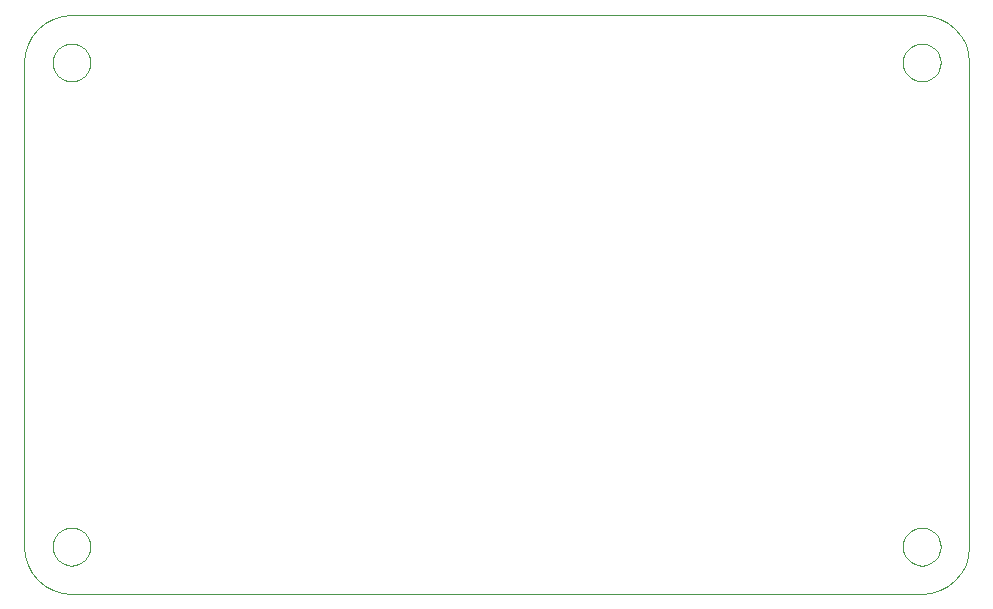
<source format=gm1>
G04 #@! TF.FileFunction,Profile,NP*
%FSLAX46Y46*%
G04 Gerber Fmt 4.6, Leading zero omitted, Abs format (unit mm)*
G04 Created by KiCad (PCBNEW 4.0.5+dfsg1-4) date Sat Sep  8 02:59:27 2018*
%MOMM*%
%LPD*%
G01*
G04 APERTURE LIST*
%ADD10C,0.100000*%
G04 APERTURE END LIST*
D10*
X173780300Y-73876859D02*
X174530700Y-74104474D01*
X174530700Y-74104474D02*
X175222300Y-74474118D01*
X175222300Y-74474118D02*
X175828400Y-74971570D01*
X175828400Y-74971570D02*
X176325900Y-75577710D01*
X176325900Y-75577710D02*
X176695500Y-76269250D01*
X176695500Y-76269250D02*
X176923100Y-77019640D01*
X176923100Y-77019640D02*
X177000000Y-77800000D01*
X177000000Y-77800000D02*
X177000000Y-118800000D01*
X177000000Y-118800000D02*
X176923100Y-119580300D01*
X176923100Y-119580300D02*
X176695500Y-120330700D01*
X176695500Y-120330700D02*
X176325900Y-121022300D01*
X176325900Y-121022300D02*
X175828400Y-121628400D01*
X175828400Y-121628400D02*
X175222300Y-122125900D01*
X175222300Y-122125900D02*
X174530700Y-122495500D01*
X174530700Y-122495500D02*
X173780300Y-122723100D01*
X173780300Y-122723100D02*
X173000000Y-122800000D01*
X173000000Y-122800000D02*
X101000000Y-122800000D01*
X101000000Y-122800000D02*
X100219640Y-122723100D01*
X100219640Y-122723100D02*
X99469250Y-122495500D01*
X99469250Y-122495500D02*
X98777710Y-122125900D01*
X98777710Y-122125900D02*
X98171570Y-121628400D01*
X98171570Y-121628400D02*
X97674118Y-121022300D01*
X97674118Y-121022300D02*
X97304474Y-120330700D01*
X97304474Y-120330700D02*
X97076859Y-119580300D01*
X97076859Y-119580300D02*
X97000000Y-118800000D01*
X97000000Y-118800000D02*
X97000000Y-77800000D01*
X97000000Y-77800000D02*
X97076859Y-77019640D01*
X97076859Y-77019640D02*
X97304474Y-76269250D01*
X97304474Y-76269250D02*
X97674118Y-75577710D01*
X97674118Y-75577710D02*
X98171570Y-74971570D01*
X98171570Y-74971570D02*
X98777710Y-74474118D01*
X98777710Y-74474118D02*
X99469250Y-74104474D01*
X99469250Y-74104474D02*
X100219640Y-73876859D01*
X100219640Y-73876859D02*
X100999980Y-73800000D01*
X100999980Y-73800000D02*
X173000000Y-73800000D01*
X173000000Y-73800000D02*
X173780300Y-73876859D01*
X100687850Y-117230700D02*
X100387700Y-117321800D01*
X100387700Y-117321800D02*
X100111080Y-117469600D01*
X100111080Y-117469600D02*
X99868620Y-117668600D01*
X99868620Y-117668600D02*
X99669650Y-117911100D01*
X99669650Y-117911100D02*
X99521790Y-118187700D01*
X99521790Y-118187700D02*
X99430740Y-118487900D01*
X99430740Y-118487900D02*
X99399990Y-118800000D01*
X99399990Y-118800000D02*
X99430740Y-119112100D01*
X99430740Y-119112100D02*
X99521790Y-119412300D01*
X99521790Y-119412300D02*
X99669650Y-119688900D01*
X99669650Y-119688900D02*
X99868620Y-119931400D01*
X99868620Y-119931400D02*
X100111080Y-120130300D01*
X100111080Y-120130300D02*
X100387700Y-120278200D01*
X100387700Y-120278200D02*
X100687850Y-120369200D01*
X100687850Y-120369200D02*
X101000000Y-120400000D01*
X101000000Y-120400000D02*
X101312130Y-120369200D01*
X101312130Y-120369200D02*
X101612290Y-120278200D01*
X101612290Y-120278200D02*
X101888900Y-120130300D01*
X101888900Y-120130300D02*
X102131360Y-119931400D01*
X102131360Y-119931400D02*
X102330340Y-119688900D01*
X102330340Y-119688900D02*
X102478200Y-119412300D01*
X102478200Y-119412300D02*
X102569240Y-119112100D01*
X102569240Y-119112100D02*
X102599990Y-118800000D01*
X102599990Y-118800000D02*
X102569240Y-118487900D01*
X102569240Y-118487900D02*
X102478200Y-118187700D01*
X102478200Y-118187700D02*
X102330340Y-117911100D01*
X102330340Y-117911100D02*
X102131360Y-117668600D01*
X102131360Y-117668600D02*
X101888900Y-117469600D01*
X101888900Y-117469600D02*
X101612290Y-117321800D01*
X101612290Y-117321800D02*
X101312130Y-117230700D01*
X101312130Y-117230700D02*
X100999980Y-117200000D01*
X100999980Y-117200000D02*
X100687850Y-117230700D01*
X172687900Y-117230700D02*
X172387700Y-117321800D01*
X172387700Y-117321800D02*
X172111100Y-117469600D01*
X172111100Y-117469600D02*
X171868600Y-117668600D01*
X171868600Y-117668600D02*
X171669600Y-117911100D01*
X171669600Y-117911100D02*
X171521800Y-118187700D01*
X171521800Y-118187700D02*
X171430700Y-118487900D01*
X171430700Y-118487900D02*
X171400000Y-118800000D01*
X171400000Y-118800000D02*
X171430700Y-119112100D01*
X171430700Y-119112100D02*
X171521800Y-119412300D01*
X171521800Y-119412300D02*
X171669600Y-119688900D01*
X171669600Y-119688900D02*
X171868600Y-119931400D01*
X171868600Y-119931400D02*
X172111100Y-120130300D01*
X172111100Y-120130300D02*
X172387700Y-120278200D01*
X172387700Y-120278200D02*
X172687900Y-120369200D01*
X172687900Y-120369200D02*
X173000000Y-120400000D01*
X173000000Y-120400000D02*
X173312100Y-120369200D01*
X173312100Y-120369200D02*
X173612300Y-120278200D01*
X173612300Y-120278200D02*
X173888900Y-120130300D01*
X173888900Y-120130300D02*
X174131400Y-119931400D01*
X174131400Y-119931400D02*
X174330300Y-119688900D01*
X174330300Y-119688900D02*
X174478200Y-119412300D01*
X174478200Y-119412300D02*
X174569200Y-119112100D01*
X174569200Y-119112100D02*
X174600000Y-118800000D01*
X174600000Y-118800000D02*
X174569200Y-118487900D01*
X174569200Y-118487900D02*
X174478200Y-118187700D01*
X174478200Y-118187700D02*
X174330300Y-117911100D01*
X174330300Y-117911100D02*
X174131400Y-117668600D01*
X174131400Y-117668600D02*
X173888900Y-117469600D01*
X173888900Y-117469600D02*
X173612300Y-117321800D01*
X173612300Y-117321800D02*
X173312100Y-117230700D01*
X173312100Y-117230700D02*
X173000000Y-117200000D01*
X173000000Y-117200000D02*
X172687900Y-117230700D01*
X100687850Y-76230740D02*
X100387700Y-76321790D01*
X100387700Y-76321790D02*
X100111080Y-76469650D01*
X100111080Y-76469650D02*
X99868620Y-76668620D01*
X99868620Y-76668620D02*
X99669650Y-76911080D01*
X99669650Y-76911080D02*
X99521790Y-77187700D01*
X99521790Y-77187700D02*
X99430740Y-77487850D01*
X99430740Y-77487850D02*
X99399990Y-77800000D01*
X99399990Y-77800000D02*
X99430740Y-78112130D01*
X99430740Y-78112130D02*
X99521790Y-78412290D01*
X99521790Y-78412290D02*
X99669650Y-78688900D01*
X99669650Y-78688900D02*
X99868620Y-78931360D01*
X99868620Y-78931360D02*
X100111080Y-79130340D01*
X100111080Y-79130340D02*
X100387700Y-79278200D01*
X100387700Y-79278200D02*
X100687850Y-79369240D01*
X100687850Y-79369240D02*
X101000000Y-79399990D01*
X101000000Y-79399990D02*
X101312130Y-79369240D01*
X101312130Y-79369240D02*
X101612290Y-79278200D01*
X101612290Y-79278200D02*
X101888900Y-79130340D01*
X101888900Y-79130340D02*
X102131360Y-78931360D01*
X102131360Y-78931360D02*
X102330340Y-78688900D01*
X102330340Y-78688900D02*
X102478200Y-78412290D01*
X102478200Y-78412290D02*
X102569240Y-78112130D01*
X102569240Y-78112130D02*
X102599990Y-77800000D01*
X102599990Y-77800000D02*
X102569240Y-77487850D01*
X102569240Y-77487850D02*
X102478200Y-77187700D01*
X102478200Y-77187700D02*
X102330340Y-76911080D01*
X102330340Y-76911080D02*
X102131360Y-76668620D01*
X102131360Y-76668620D02*
X101888900Y-76469650D01*
X101888900Y-76469650D02*
X101612290Y-76321790D01*
X101612290Y-76321790D02*
X101312130Y-76230740D01*
X101312130Y-76230740D02*
X100999980Y-76199990D01*
X100999980Y-76199990D02*
X100687850Y-76230740D01*
X172687900Y-76230740D02*
X172387700Y-76321790D01*
X172387700Y-76321790D02*
X172111100Y-76469650D01*
X172111100Y-76469650D02*
X171868600Y-76668620D01*
X171868600Y-76668620D02*
X171669600Y-76911080D01*
X171669600Y-76911080D02*
X171521800Y-77187700D01*
X171521800Y-77187700D02*
X171430700Y-77487850D01*
X171430700Y-77487850D02*
X171400000Y-77800000D01*
X171400000Y-77800000D02*
X171430700Y-78112130D01*
X171430700Y-78112130D02*
X171521800Y-78412290D01*
X171521800Y-78412290D02*
X171669600Y-78688900D01*
X171669600Y-78688900D02*
X171868600Y-78931360D01*
X171868600Y-78931360D02*
X172111100Y-79130340D01*
X172111100Y-79130340D02*
X172387700Y-79278200D01*
X172387700Y-79278200D02*
X172687900Y-79369240D01*
X172687900Y-79369240D02*
X173000000Y-79399990D01*
X173000000Y-79399990D02*
X173312100Y-79369240D01*
X173312100Y-79369240D02*
X173612300Y-79278200D01*
X173612300Y-79278200D02*
X173888900Y-79130340D01*
X173888900Y-79130340D02*
X174131400Y-78931360D01*
X174131400Y-78931360D02*
X174330300Y-78688900D01*
X174330300Y-78688900D02*
X174478200Y-78412290D01*
X174478200Y-78412290D02*
X174569200Y-78112130D01*
X174569200Y-78112130D02*
X174600000Y-77800000D01*
X174600000Y-77800000D02*
X174569200Y-77487850D01*
X174569200Y-77487850D02*
X174478200Y-77187700D01*
X174478200Y-77187700D02*
X174330300Y-76911080D01*
X174330300Y-76911080D02*
X174131400Y-76668620D01*
X174131400Y-76668620D02*
X173888900Y-76469650D01*
X173888900Y-76469650D02*
X173612300Y-76321790D01*
X173612300Y-76321790D02*
X173312100Y-76230740D01*
X173312100Y-76230740D02*
X173000000Y-76199990D01*
X173000000Y-76199990D02*
X172687900Y-76230740D01*
M02*

</source>
